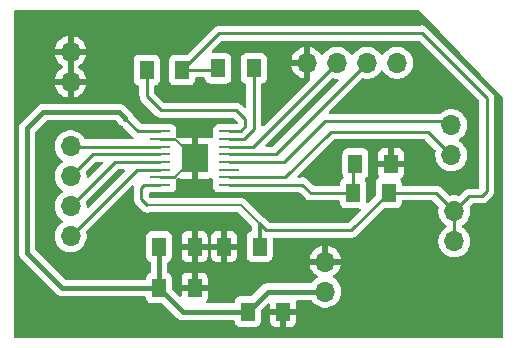
<source format=gbr>
%TF.GenerationSoftware,KiCad,Pcbnew,9.0.5*%
%TF.CreationDate,2025-11-03T10:24:26-05:00*%
%TF.ProjectId,stepper_driver,73746570-7065-4725-9f64-72697665722e,rev?*%
%TF.SameCoordinates,Original*%
%TF.FileFunction,Copper,L1,Top*%
%TF.FilePolarity,Positive*%
%FSLAX46Y46*%
G04 Gerber Fmt 4.6, Leading zero omitted, Abs format (unit mm)*
G04 Created by KiCad (PCBNEW 9.0.5) date 2025-11-03 10:24:26*
%MOMM*%
%LPD*%
G01*
G04 APERTURE LIST*
%TA.AperFunction,SMDPad,CuDef*%
%ADD10R,1.700000X0.240000*%
%TD*%
%TA.AperFunction,SMDPad,CuDef*%
%ADD11R,2.310000X2.460000*%
%TD*%
%TA.AperFunction,ComponentPad*%
%ADD12O,1.700000X1.700000*%
%TD*%
%TA.AperFunction,SMDPad,CuDef*%
%ADD13R,1.200000X1.600000*%
%TD*%
%TA.AperFunction,Conductor*%
%ADD14C,0.240000*%
%TD*%
%TA.AperFunction,Conductor*%
%ADD15C,0.400000*%
%TD*%
%TA.AperFunction,Conductor*%
%ADD16C,0.300000*%
%TD*%
%TA.AperFunction,Conductor*%
%ADD17C,0.200000*%
%TD*%
G04 APERTURE END LIST*
D10*
%TO.P,U1,1,VM*%
%TO.N,Net-(J1-Pin_2)*%
X129600000Y-61725000D03*
%TO.P,U1,2,PGND*%
%TO.N,gnd*%
X129600000Y-62375000D03*
%TO.P,U1,3,AOUT1*%
%TO.N,Net-(J6-Pin_4)*%
X129600000Y-63025000D03*
%TO.P,U1,4,AOUT2*%
%TO.N,Net-(J6-Pin_3)*%
X129600000Y-63675000D03*
%TO.P,U1,5,BOUT2*%
%TO.N,Net-(J6-Pin_2)*%
X129600000Y-64325000D03*
%TO.P,U1,6,BOUT1*%
%TO.N,Net-(J6-Pin_1)*%
X129600000Y-64975000D03*
%TO.P,U1,7,GND*%
%TO.N,gnd*%
X129600000Y-65625000D03*
%TO.P,U1,8,DVDD*%
%TO.N,Net-(J2-Pin_1)*%
X129600000Y-66275000D03*
%TO.P,U1,9,VREFB*%
%TO.N,Net-(U1-VREFB)*%
X135400000Y-66275000D03*
%TO.P,U1,10,VREFA*%
%TO.N,Net-(J4-Pin_2)*%
X135400000Y-65625000D03*
%TO.P,U1,11,DECAY/TOFF*%
%TO.N,unconnected-(U1-DECAY{slash}TOFF-Pad11)*%
X135400000Y-64975000D03*
%TO.P,U1,12,BPH*%
%TO.N,Net-(J4-Pin_1)*%
X135400000Y-64325000D03*
%TO.P,U1,13,BEN*%
%TO.N,Net-(J5-Pin_2)*%
X135400000Y-63675000D03*
%TO.P,U1,14,APH*%
%TO.N,Net-(J5-Pin_3)*%
X135400000Y-63025000D03*
%TO.P,U1,15,AEN*%
%TO.N,Net-(U1-AEN)*%
X135400000Y-62375000D03*
%TO.P,U1,16,nSLEEP*%
%TO.N,Net-(U1-nSLEEP)*%
X135400000Y-61725000D03*
D11*
%TO.P,U1,17,PAD*%
%TO.N,gnd*%
X132500000Y-64000000D03*
%TD*%
D12*
%TO.P,J2,2,Pin_2*%
%TO.N,Net-(J2-Pin_1)*%
X154482800Y-71039200D03*
%TO.P,J2,1,Pin_1*%
X154482800Y-68499200D03*
%TD*%
D13*
%TO.P,R4,1*%
%TO.N,gnd*%
X149124800Y-64465200D03*
%TO.P,R4,2*%
%TO.N,Net-(U1-VREFB)*%
X146124800Y-64465200D03*
%TD*%
%TO.P,R3,1*%
%TO.N,Net-(U1-VREFB)*%
X145921600Y-66954400D03*
%TO.P,R3,2*%
%TO.N,Net-(J2-Pin_1)*%
X148921600Y-66954400D03*
%TD*%
%TO.P,R2,1*%
%TO.N,Net-(J2-Pin_1)*%
X134515600Y-56388000D03*
%TO.P,R2,2*%
%TO.N,Net-(U1-AEN)*%
X137515600Y-56388000D03*
%TD*%
%TO.P,R1,1*%
%TO.N,Net-(J2-Pin_1)*%
X131446400Y-56540400D03*
%TO.P,R1,2*%
%TO.N,Net-(U1-nSLEEP)*%
X128446400Y-56540400D03*
%TD*%
%TO.P,C2,1*%
%TO.N,gnd*%
X140000000Y-77000000D03*
%TO.P,C2,2*%
%TO.N,Net-(J1-Pin_2)*%
X137000000Y-77000000D03*
%TD*%
D12*
%TO.P,J3,1,Pin_1*%
%TO.N,gnd*%
X122000000Y-55000000D03*
%TO.P,J3,2,Pin_2*%
X122000000Y-57540000D03*
%TD*%
%TO.P,J5,1,Pin_1*%
%TO.N,unconnected-(J5-Pin_1-Pad1)*%
X149646800Y-55930800D03*
%TO.P,J5,2,Pin_2*%
%TO.N,Net-(J5-Pin_2)*%
X147106800Y-55930800D03*
%TO.P,J5,3,Pin_3*%
%TO.N,Net-(J5-Pin_3)*%
X144566800Y-55930800D03*
%TO.P,J5,4,Pin_4*%
%TO.N,gnd*%
X142026800Y-55930800D03*
%TD*%
D13*
%TO.P,C4,1*%
%TO.N,gnd*%
X132500000Y-71500000D03*
%TO.P,C4,2*%
%TO.N,Net-(J1-Pin_2)*%
X129500000Y-71500000D03*
%TD*%
%TO.P,C3,1*%
%TO.N,gnd*%
X132500000Y-75000000D03*
%TO.P,C3,2*%
%TO.N,Net-(J1-Pin_2)*%
X129500000Y-75000000D03*
%TD*%
D12*
%TO.P,J6,1,Pin_1*%
%TO.N,Net-(J6-Pin_1)*%
X122000000Y-70620000D03*
%TO.P,J6,2,Pin_2*%
%TO.N,Net-(J6-Pin_2)*%
X122000000Y-68080000D03*
%TO.P,J6,3,Pin_3*%
%TO.N,Net-(J6-Pin_3)*%
X122000000Y-65540000D03*
%TO.P,J6,4,Pin_4*%
%TO.N,Net-(J6-Pin_4)*%
X122000000Y-63000000D03*
%TD*%
D13*
%TO.P,C1,1*%
%TO.N,Net-(J2-Pin_1)*%
X138000000Y-71500000D03*
%TO.P,C1,2*%
%TO.N,gnd*%
X135000000Y-71500000D03*
%TD*%
D12*
%TO.P,J1,1,Pin_1*%
%TO.N,gnd*%
X143560800Y-72766400D03*
%TO.P,J1,2,Pin_2*%
%TO.N,Net-(J1-Pin_2)*%
X143560800Y-75306400D03*
%TD*%
%TO.P,J4,1,Pin_1*%
%TO.N,Net-(J4-Pin_1)*%
X154228800Y-61214000D03*
%TO.P,J4,2,Pin_2*%
%TO.N,Net-(J4-Pin_2)*%
X154228800Y-63754000D03*
%TD*%
D14*
%TO.N,Net-(J1-Pin_2)*%
X126649800Y-60649800D02*
X126500000Y-60500000D01*
D15*
X129500000Y-75000000D02*
X121278800Y-75000000D01*
X118313200Y-61468000D02*
X119684800Y-60096400D01*
X121278800Y-75000000D02*
X118313200Y-72034400D01*
X118313200Y-72034400D02*
X118313200Y-61468000D01*
X119684800Y-60096400D02*
X126136400Y-60096400D01*
X126136400Y-60096400D02*
X126649800Y-60609800D01*
X126649800Y-60609800D02*
X126649800Y-60649800D01*
D14*
%TO.N,Net-(J2-Pin_1)*%
X131446400Y-56540400D02*
X134545200Y-53441600D01*
X134545200Y-53441600D02*
X151688800Y-53441600D01*
X151688800Y-53441600D02*
X151739600Y-53390800D01*
X157226000Y-66802000D02*
X156819600Y-67208400D01*
X156819600Y-67208400D02*
X155773600Y-67208400D01*
X151739600Y-53390800D02*
X157226000Y-58877200D01*
X157226000Y-58877200D02*
X157226000Y-66802000D01*
X155773600Y-67208400D02*
X154482800Y-68499200D01*
X148921600Y-66954400D02*
X145772000Y-70104000D01*
X145772000Y-70104000D02*
X138564000Y-70104000D01*
X138564000Y-70104000D02*
X138000000Y-69540000D01*
D15*
%TO.N,Net-(J1-Pin_2)*%
X143560800Y-74777600D02*
X143510000Y-74726800D01*
X143560800Y-75306400D02*
X143560800Y-74777600D01*
X143560800Y-75306400D02*
X138693600Y-75306400D01*
X138693600Y-75306400D02*
X137000000Y-77000000D01*
D14*
%TO.N,Net-(J2-Pin_1)*%
X148921600Y-66954400D02*
X152938000Y-66954400D01*
X152938000Y-66954400D02*
X154482800Y-68499200D01*
%TO.N,Net-(U1-VREFB)*%
X142341600Y-66954400D02*
X141630400Y-66243200D01*
X145921600Y-66954400D02*
X142341600Y-66954400D01*
X141630400Y-66243200D02*
X141598600Y-66275000D01*
X141598600Y-66275000D02*
X135400000Y-66275000D01*
X145921600Y-66954400D02*
X145921600Y-64668400D01*
X145921600Y-64668400D02*
X146124800Y-64465200D01*
D16*
%TO.N,Net-(J2-Pin_1)*%
X138000000Y-71500000D02*
X138000000Y-69540000D01*
D14*
X154482800Y-71039200D02*
X154482800Y-68499200D01*
%TO.N,Net-(J4-Pin_2)*%
X135400000Y-65625000D02*
X140165800Y-65625000D01*
X140165800Y-65625000D02*
X144018000Y-61772800D01*
X144018000Y-61772800D02*
X152247600Y-61772800D01*
X152247600Y-61772800D02*
X154228800Y-63754000D01*
%TO.N,Net-(J4-Pin_1)*%
X135400000Y-64325000D02*
X140043400Y-64325000D01*
X153873200Y-60858400D02*
X154228800Y-61214000D01*
X140043400Y-64325000D02*
X143510000Y-60858400D01*
X143510000Y-60858400D02*
X153873200Y-60858400D01*
%TO.N,Net-(J5-Pin_2)*%
X135400000Y-63675000D02*
X139362600Y-63675000D01*
X139362600Y-63675000D02*
X147106800Y-55930800D01*
%TO.N,Net-(J5-Pin_3)*%
X135400000Y-63025000D02*
X137472600Y-63025000D01*
X137472600Y-63025000D02*
X144566800Y-55930800D01*
%TO.N,Net-(U1-AEN)*%
X137515600Y-56388000D02*
X137515600Y-61518800D01*
X137515600Y-61518800D02*
X136659400Y-62375000D01*
X136659400Y-62375000D02*
X135400000Y-62375000D01*
%TO.N,Net-(J2-Pin_1)*%
X131446400Y-56540400D02*
X134363200Y-56540400D01*
X134363200Y-56540400D02*
X134515600Y-56388000D01*
%TO.N,Net-(U1-nSLEEP)*%
X128473200Y-58775600D02*
X128473200Y-58623200D01*
X136804400Y-60706000D02*
X136042400Y-59944000D01*
X135400000Y-61725000D02*
X136395000Y-61725000D01*
X136804400Y-61315600D02*
X136804400Y-60706000D01*
X136395000Y-61725000D02*
X136804400Y-61315600D01*
X129641600Y-59944000D02*
X128473200Y-58775600D01*
X136042400Y-59944000D02*
X129641600Y-59944000D01*
X128473200Y-58623200D02*
X128446400Y-58596400D01*
X128446400Y-58596400D02*
X128446400Y-56540400D01*
D17*
%TO.N,Net-(J6-Pin_4)*%
X122000000Y-63000000D02*
X122028505Y-63028505D01*
D14*
X122028505Y-63028505D02*
X129596495Y-63028505D01*
X129596495Y-63028505D02*
X129600000Y-63025000D01*
%TO.N,Net-(J1-Pin_2)*%
X129600000Y-61725000D02*
X127725000Y-61725000D01*
X127725000Y-61725000D02*
X126649800Y-60649800D01*
D15*
X129500000Y-75000000D02*
X129500000Y-71500000D01*
X137000000Y-77000000D02*
X131500000Y-77000000D01*
X131500000Y-77000000D02*
X129500000Y-75000000D01*
D14*
%TO.N,gnd*%
X130875000Y-65625000D02*
X129600000Y-65625000D01*
D17*
X132500000Y-64000000D02*
X130875000Y-65625000D01*
D14*
X129600000Y-62375000D02*
X130875000Y-62375000D01*
D17*
X130875000Y-62375000D02*
X132500000Y-64000000D01*
D14*
%TO.N,Net-(J2-Pin_1)*%
X128000000Y-67500000D02*
X128500000Y-68000000D01*
D17*
X136460000Y-68000000D02*
X138000000Y-69540000D01*
D14*
X129600000Y-66275000D02*
X128225000Y-66275000D01*
X128225000Y-66275000D02*
X128000000Y-66500000D01*
D17*
X128500000Y-68000000D02*
X136460000Y-68000000D01*
D14*
X128000000Y-66500000D02*
X128000000Y-67500000D01*
%TO.N,Net-(J6-Pin_2)*%
X122000000Y-68080000D02*
X125755000Y-64325000D01*
X125755000Y-64325000D02*
X129600000Y-64325000D01*
%TO.N,Net-(J6-Pin_1)*%
X122000000Y-70620000D02*
X127645000Y-64975000D01*
X127645000Y-64975000D02*
X129600000Y-64975000D01*
%TO.N,Net-(J6-Pin_3)*%
X123865000Y-63675000D02*
X129600000Y-63675000D01*
X122000000Y-65540000D02*
X123865000Y-63675000D01*
%TD*%
%TA.AperFunction,Conductor*%
%TO.N,gnd*%
G36*
X122250000Y-57106988D02*
G01*
X122192993Y-57074075D01*
X122065826Y-57040000D01*
X121934174Y-57040000D01*
X121807007Y-57074075D01*
X121750000Y-57106988D01*
X121750000Y-55433012D01*
X121807007Y-55465925D01*
X121934174Y-55500000D01*
X122065826Y-55500000D01*
X122192993Y-55465925D01*
X122250000Y-55433012D01*
X122250000Y-57106988D01*
G37*
%TD.AperFunction*%
%TA.AperFunction,Conductor*%
G36*
X151441439Y-51472585D02*
G01*
X151463247Y-51490401D01*
X158569950Y-58790483D01*
X158602609Y-58852250D01*
X158605100Y-58876979D01*
X158605100Y-79081446D01*
X158585415Y-79148485D01*
X158532611Y-79194240D01*
X158481249Y-79205446D01*
X117312249Y-79254750D01*
X117245186Y-79235146D01*
X117199367Y-79182397D01*
X117188100Y-79130750D01*
X117188100Y-72103396D01*
X117612699Y-72103396D01*
X117639618Y-72238722D01*
X117639621Y-72238732D01*
X117692422Y-72366207D01*
X117769087Y-72480945D01*
X120832254Y-75544112D01*
X120946992Y-75620777D01*
X121074467Y-75673578D01*
X121074472Y-75673580D01*
X121074476Y-75673580D01*
X121074477Y-75673581D01*
X121209803Y-75700500D01*
X121209806Y-75700500D01*
X121209807Y-75700500D01*
X128275501Y-75700500D01*
X128342540Y-75720185D01*
X128388295Y-75772989D01*
X128399501Y-75824500D01*
X128399501Y-75847876D01*
X128405908Y-75907483D01*
X128456202Y-76042328D01*
X128456206Y-76042335D01*
X128542452Y-76157544D01*
X128542455Y-76157547D01*
X128657664Y-76243793D01*
X128657671Y-76243797D01*
X128792517Y-76294091D01*
X128792516Y-76294091D01*
X128799444Y-76294835D01*
X128852127Y-76300500D01*
X129758480Y-76300499D01*
X129825519Y-76320183D01*
X129846161Y-76336818D01*
X131053453Y-77544111D01*
X131053454Y-77544112D01*
X131168192Y-77620777D01*
X131295667Y-77673578D01*
X131295672Y-77673580D01*
X131295676Y-77673580D01*
X131295677Y-77673581D01*
X131431004Y-77700500D01*
X131431007Y-77700500D01*
X135775501Y-77700500D01*
X135842540Y-77720185D01*
X135888295Y-77772989D01*
X135899501Y-77824500D01*
X135899501Y-77847876D01*
X135905908Y-77907483D01*
X135956202Y-78042328D01*
X135956206Y-78042335D01*
X136042452Y-78157544D01*
X136042455Y-78157547D01*
X136157664Y-78243793D01*
X136157671Y-78243797D01*
X136292517Y-78294091D01*
X136292516Y-78294091D01*
X136299444Y-78294835D01*
X136352127Y-78300500D01*
X137647872Y-78300499D01*
X137707483Y-78294091D01*
X137842331Y-78243796D01*
X137957546Y-78157546D01*
X138043796Y-78042331D01*
X138094091Y-77907483D01*
X138100500Y-77847873D01*
X138100500Y-77847844D01*
X138900000Y-77847844D01*
X138906401Y-77907372D01*
X138906403Y-77907379D01*
X138956645Y-78042086D01*
X138956649Y-78042093D01*
X139042809Y-78157187D01*
X139042812Y-78157190D01*
X139157906Y-78243350D01*
X139157913Y-78243354D01*
X139292620Y-78293596D01*
X139292627Y-78293598D01*
X139352155Y-78299999D01*
X139352172Y-78300000D01*
X139750000Y-78300000D01*
X140250000Y-78300000D01*
X140647828Y-78300000D01*
X140647844Y-78299999D01*
X140707372Y-78293598D01*
X140707379Y-78293596D01*
X140842086Y-78243354D01*
X140842093Y-78243350D01*
X140957187Y-78157190D01*
X140957190Y-78157187D01*
X141043350Y-78042093D01*
X141043354Y-78042086D01*
X141093596Y-77907379D01*
X141093598Y-77907372D01*
X141099999Y-77847844D01*
X141100000Y-77847827D01*
X141100000Y-77250000D01*
X140250000Y-77250000D01*
X140250000Y-78300000D01*
X139750000Y-78300000D01*
X139750000Y-77250000D01*
X138900000Y-77250000D01*
X138900000Y-77847844D01*
X138100500Y-77847844D01*
X138100499Y-76941517D01*
X138120184Y-76874479D01*
X138136813Y-76853842D01*
X138688320Y-76302336D01*
X138749642Y-76268852D01*
X138819334Y-76273836D01*
X138875267Y-76315708D01*
X138899684Y-76381172D01*
X138900000Y-76390018D01*
X138900000Y-76750000D01*
X141100000Y-76750000D01*
X141100000Y-76152172D01*
X141099999Y-76152155D01*
X141099139Y-76144156D01*
X141111544Y-76075396D01*
X141159154Y-76024259D01*
X141222428Y-76006900D01*
X142337253Y-76006900D01*
X142404292Y-76026585D01*
X142437569Y-76058014D01*
X142450199Y-76075396D01*
X142530692Y-76186188D01*
X142681013Y-76336509D01*
X142852979Y-76461448D01*
X142852981Y-76461449D01*
X142852984Y-76461451D01*
X143042388Y-76557957D01*
X143244557Y-76623646D01*
X143454513Y-76656900D01*
X143454514Y-76656900D01*
X143667086Y-76656900D01*
X143667087Y-76656900D01*
X143877043Y-76623646D01*
X144079212Y-76557957D01*
X144268616Y-76461451D01*
X144366936Y-76390018D01*
X144440586Y-76336509D01*
X144440588Y-76336506D01*
X144440592Y-76336504D01*
X144590904Y-76186192D01*
X144590906Y-76186188D01*
X144590909Y-76186186D01*
X144715848Y-76014220D01*
X144715847Y-76014220D01*
X144715851Y-76014216D01*
X144812357Y-75824812D01*
X144878046Y-75622643D01*
X144911300Y-75412687D01*
X144911300Y-75200113D01*
X144878046Y-74990157D01*
X144812357Y-74787988D01*
X144715851Y-74598584D01*
X144715849Y-74598581D01*
X144715848Y-74598579D01*
X144590909Y-74426613D01*
X144440586Y-74276290D01*
X144268617Y-74151349D01*
X144259304Y-74146604D01*
X144208507Y-74098630D01*
X144191712Y-74030809D01*
X144214249Y-73964674D01*
X144259307Y-73925632D01*
X144268358Y-73921020D01*
X144440259Y-73796127D01*
X144440264Y-73796123D01*
X144590523Y-73645864D01*
X144590527Y-73645859D01*
X144715420Y-73473957D01*
X144811895Y-73284617D01*
X144877557Y-73082529D01*
X144877557Y-73082526D01*
X144888031Y-73016400D01*
X143993812Y-73016400D01*
X144026725Y-72959393D01*
X144060800Y-72832226D01*
X144060800Y-72700574D01*
X144026725Y-72573407D01*
X143993812Y-72516400D01*
X144888031Y-72516400D01*
X144877557Y-72450273D01*
X144877557Y-72450270D01*
X144811895Y-72248182D01*
X144715420Y-72058842D01*
X144590527Y-71886940D01*
X144590523Y-71886935D01*
X144440264Y-71736676D01*
X144440259Y-71736672D01*
X144268357Y-71611779D01*
X144079015Y-71515303D01*
X143876924Y-71449641D01*
X143810800Y-71439168D01*
X143810800Y-72333388D01*
X143753793Y-72300475D01*
X143626626Y-72266400D01*
X143494974Y-72266400D01*
X143367807Y-72300475D01*
X143310800Y-72333388D01*
X143310800Y-71439168D01*
X143310799Y-71439168D01*
X143244675Y-71449641D01*
X143042584Y-71515303D01*
X142853242Y-71611779D01*
X142681340Y-71736672D01*
X142681335Y-71736676D01*
X142531076Y-71886935D01*
X142531072Y-71886940D01*
X142406179Y-72058842D01*
X142309704Y-72248182D01*
X142244042Y-72450270D01*
X142244042Y-72450273D01*
X142233569Y-72516400D01*
X143127788Y-72516400D01*
X143094875Y-72573407D01*
X143060800Y-72700574D01*
X143060800Y-72832226D01*
X143094875Y-72959393D01*
X143127788Y-73016400D01*
X142233569Y-73016400D01*
X142244042Y-73082526D01*
X142244042Y-73082529D01*
X142309704Y-73284617D01*
X142406179Y-73473957D01*
X142531072Y-73645859D01*
X142531076Y-73645864D01*
X142681335Y-73796123D01*
X142681340Y-73796127D01*
X142853244Y-73921022D01*
X142862295Y-73925634D01*
X142913092Y-73973608D01*
X142929887Y-74041429D01*
X142907350Y-74107564D01*
X142862299Y-74146602D01*
X142852982Y-74151349D01*
X142681013Y-74276290D01*
X142530692Y-74426611D01*
X142462373Y-74520647D01*
X142437570Y-74554785D01*
X142382242Y-74597451D01*
X142337253Y-74605900D01*
X138624604Y-74605900D01*
X138489277Y-74632818D01*
X138489267Y-74632821D01*
X138361792Y-74685622D01*
X138247054Y-74762287D01*
X137346160Y-75663181D01*
X137284837Y-75696666D01*
X137258479Y-75699500D01*
X136352129Y-75699500D01*
X136352123Y-75699501D01*
X136292516Y-75705908D01*
X136157671Y-75756202D01*
X136157664Y-75756206D01*
X136042455Y-75842452D01*
X136042452Y-75842455D01*
X135956206Y-75957664D01*
X135956202Y-75957671D01*
X135905908Y-76092517D01*
X135899501Y-76152116D01*
X135899500Y-76152135D01*
X135899500Y-76175500D01*
X135879815Y-76242539D01*
X135827011Y-76288294D01*
X135775500Y-76299500D01*
X133598377Y-76299500D01*
X133531338Y-76279815D01*
X133485583Y-76227011D01*
X133475639Y-76157853D01*
X133499111Y-76101188D01*
X133543352Y-76042089D01*
X133543354Y-76042086D01*
X133593596Y-75907379D01*
X133593598Y-75907372D01*
X133599999Y-75847844D01*
X133600000Y-75847827D01*
X133600000Y-75250000D01*
X131400000Y-75250000D01*
X131400000Y-75609981D01*
X131380315Y-75677020D01*
X131327511Y-75722775D01*
X131258353Y-75732719D01*
X131194797Y-75703694D01*
X131188319Y-75697662D01*
X130636818Y-75146161D01*
X130603333Y-75084838D01*
X130600499Y-75058480D01*
X130600499Y-74152155D01*
X131400000Y-74152155D01*
X131400000Y-74750000D01*
X132250000Y-74750000D01*
X132750000Y-74750000D01*
X133600000Y-74750000D01*
X133600000Y-74152172D01*
X133599999Y-74152155D01*
X133593598Y-74092627D01*
X133593596Y-74092620D01*
X133543354Y-73957913D01*
X133543350Y-73957906D01*
X133457190Y-73842812D01*
X133457187Y-73842809D01*
X133342093Y-73756649D01*
X133342086Y-73756645D01*
X133207379Y-73706403D01*
X133207372Y-73706401D01*
X133147844Y-73700000D01*
X132750000Y-73700000D01*
X132750000Y-74750000D01*
X132250000Y-74750000D01*
X132250000Y-73700000D01*
X131852155Y-73700000D01*
X131792627Y-73706401D01*
X131792620Y-73706403D01*
X131657913Y-73756645D01*
X131657906Y-73756649D01*
X131542812Y-73842809D01*
X131542809Y-73842812D01*
X131456649Y-73957906D01*
X131456645Y-73957913D01*
X131406403Y-74092620D01*
X131406401Y-74092627D01*
X131400000Y-74152155D01*
X130600499Y-74152155D01*
X130600499Y-74152129D01*
X130600498Y-74152123D01*
X130600497Y-74152116D01*
X130594091Y-74092517D01*
X130575036Y-74041429D01*
X130543797Y-73957671D01*
X130543793Y-73957664D01*
X130457547Y-73842455D01*
X130457544Y-73842452D01*
X130342335Y-73756206D01*
X130342328Y-73756202D01*
X130281167Y-73733391D01*
X130225233Y-73691520D01*
X130200816Y-73626056D01*
X130200500Y-73617209D01*
X130200500Y-72882790D01*
X130220185Y-72815751D01*
X130272989Y-72769996D01*
X130281146Y-72766616D01*
X130342331Y-72743796D01*
X130457546Y-72657546D01*
X130543796Y-72542331D01*
X130594091Y-72407483D01*
X130600500Y-72347873D01*
X130600500Y-72347844D01*
X131400000Y-72347844D01*
X131406401Y-72407372D01*
X131406403Y-72407379D01*
X131456645Y-72542086D01*
X131456649Y-72542093D01*
X131542809Y-72657187D01*
X131542812Y-72657190D01*
X131657906Y-72743350D01*
X131657913Y-72743354D01*
X131792620Y-72793596D01*
X131792627Y-72793598D01*
X131852155Y-72799999D01*
X131852172Y-72800000D01*
X132250000Y-72800000D01*
X132750000Y-72800000D01*
X133147828Y-72800000D01*
X133147844Y-72799999D01*
X133207372Y-72793598D01*
X133207379Y-72793596D01*
X133342086Y-72743354D01*
X133342093Y-72743350D01*
X133457187Y-72657190D01*
X133457190Y-72657187D01*
X133543350Y-72542093D01*
X133543354Y-72542086D01*
X133593596Y-72407379D01*
X133593598Y-72407372D01*
X133599999Y-72347844D01*
X133900000Y-72347844D01*
X133906401Y-72407372D01*
X133906403Y-72407379D01*
X133956645Y-72542086D01*
X133956649Y-72542093D01*
X134042809Y-72657187D01*
X134042812Y-72657190D01*
X134157906Y-72743350D01*
X134157913Y-72743354D01*
X134292620Y-72793596D01*
X134292627Y-72793598D01*
X134352155Y-72799999D01*
X134352172Y-72800000D01*
X134750000Y-72800000D01*
X135250000Y-72800000D01*
X135647828Y-72800000D01*
X135647844Y-72799999D01*
X135707372Y-72793598D01*
X135707379Y-72793596D01*
X135842086Y-72743354D01*
X135842093Y-72743350D01*
X135957187Y-72657190D01*
X135957190Y-72657187D01*
X136043350Y-72542093D01*
X136043354Y-72542086D01*
X136093596Y-72407379D01*
X136093598Y-72407372D01*
X136099999Y-72347844D01*
X136100000Y-72347827D01*
X136100000Y-71750000D01*
X135250000Y-71750000D01*
X135250000Y-72800000D01*
X134750000Y-72800000D01*
X134750000Y-71750000D01*
X133900000Y-71750000D01*
X133900000Y-72347844D01*
X133599999Y-72347844D01*
X133600000Y-72347827D01*
X133600000Y-71750000D01*
X132750000Y-71750000D01*
X132750000Y-72800000D01*
X132250000Y-72800000D01*
X132250000Y-71750000D01*
X131400000Y-71750000D01*
X131400000Y-72347844D01*
X130600500Y-72347844D01*
X130600499Y-71499792D01*
X130600499Y-70652155D01*
X131400000Y-70652155D01*
X131400000Y-71250000D01*
X132250000Y-71250000D01*
X132750000Y-71250000D01*
X133600000Y-71250000D01*
X133600000Y-70652172D01*
X133599999Y-70652155D01*
X133900000Y-70652155D01*
X133900000Y-71250000D01*
X134750000Y-71250000D01*
X135250000Y-71250000D01*
X136100000Y-71250000D01*
X136100000Y-70652172D01*
X136099999Y-70652155D01*
X136093598Y-70592627D01*
X136093596Y-70592620D01*
X136043354Y-70457913D01*
X136043350Y-70457906D01*
X135957190Y-70342812D01*
X135957187Y-70342809D01*
X135842093Y-70256649D01*
X135842086Y-70256645D01*
X135707379Y-70206403D01*
X135707372Y-70206401D01*
X135647844Y-70200000D01*
X135250000Y-70200000D01*
X135250000Y-71250000D01*
X134750000Y-71250000D01*
X134750000Y-70200000D01*
X134352155Y-70200000D01*
X134292627Y-70206401D01*
X134292620Y-70206403D01*
X134157913Y-70256645D01*
X134157906Y-70256649D01*
X134042812Y-70342809D01*
X134042809Y-70342812D01*
X133956649Y-70457906D01*
X133956645Y-70457913D01*
X133906403Y-70592620D01*
X133906401Y-70592627D01*
X133900000Y-70652155D01*
X133599999Y-70652155D01*
X133593598Y-70592627D01*
X133593596Y-70592620D01*
X133543354Y-70457913D01*
X133543350Y-70457906D01*
X133457190Y-70342812D01*
X133457187Y-70342809D01*
X133342093Y-70256649D01*
X133342086Y-70256645D01*
X133207379Y-70206403D01*
X133207372Y-70206401D01*
X133147844Y-70200000D01*
X132750000Y-70200000D01*
X132750000Y-71250000D01*
X132250000Y-71250000D01*
X132250000Y-70200000D01*
X131852155Y-70200000D01*
X131792627Y-70206401D01*
X131792620Y-70206403D01*
X131657913Y-70256645D01*
X131657906Y-70256649D01*
X131542812Y-70342809D01*
X131542809Y-70342812D01*
X131456649Y-70457906D01*
X131456645Y-70457913D01*
X131406403Y-70592620D01*
X131406401Y-70592627D01*
X131400000Y-70652155D01*
X130600499Y-70652155D01*
X130600499Y-70652129D01*
X130600498Y-70652123D01*
X130600497Y-70652116D01*
X130594091Y-70592517D01*
X130543884Y-70457906D01*
X130543797Y-70457671D01*
X130543793Y-70457664D01*
X130457547Y-70342455D01*
X130457544Y-70342452D01*
X130342335Y-70256206D01*
X130342328Y-70256202D01*
X130207482Y-70205908D01*
X130207483Y-70205908D01*
X130147883Y-70199501D01*
X130147881Y-70199500D01*
X130147873Y-70199500D01*
X130147864Y-70199500D01*
X128852129Y-70199500D01*
X128852123Y-70199501D01*
X128792516Y-70205908D01*
X128657671Y-70256202D01*
X128657664Y-70256206D01*
X128542455Y-70342452D01*
X128542452Y-70342455D01*
X128456206Y-70457664D01*
X128456202Y-70457671D01*
X128405908Y-70592517D01*
X128399501Y-70652116D01*
X128399501Y-70652123D01*
X128399500Y-70652135D01*
X128399500Y-72347870D01*
X128399501Y-72347876D01*
X128405908Y-72407483D01*
X128456202Y-72542328D01*
X128456206Y-72542335D01*
X128542452Y-72657544D01*
X128542455Y-72657547D01*
X128657664Y-72743793D01*
X128657669Y-72743796D01*
X128718833Y-72766608D01*
X128774766Y-72808478D01*
X128799184Y-72873942D01*
X128799500Y-72882790D01*
X128799500Y-73617209D01*
X128779815Y-73684248D01*
X128727011Y-73730003D01*
X128718833Y-73733391D01*
X128657671Y-73756202D01*
X128657664Y-73756206D01*
X128542455Y-73842452D01*
X128542452Y-73842455D01*
X128456206Y-73957664D01*
X128456202Y-73957671D01*
X128405908Y-74092517D01*
X128399501Y-74152116D01*
X128399501Y-74152123D01*
X128399500Y-74152135D01*
X128399500Y-74175500D01*
X128379815Y-74242539D01*
X128327011Y-74288294D01*
X128275500Y-74299500D01*
X121620319Y-74299500D01*
X121553280Y-74279815D01*
X121532638Y-74263181D01*
X119050019Y-71780562D01*
X119016534Y-71719239D01*
X119013700Y-71692881D01*
X119013700Y-61809518D01*
X119033385Y-61742479D01*
X119050019Y-61721837D01*
X119938637Y-60833219D01*
X119999960Y-60799734D01*
X120026318Y-60796900D01*
X125794881Y-60796900D01*
X125824321Y-60805544D01*
X125854308Y-60812068D01*
X125859323Y-60815822D01*
X125861920Y-60816585D01*
X125882562Y-60833219D01*
X126016502Y-60967159D01*
X126031923Y-60985949D01*
X126105685Y-61096341D01*
X126105688Y-61096345D01*
X126203254Y-61193911D01*
X126203258Y-61193914D01*
X126317982Y-61270571D01*
X126317995Y-61270578D01*
X126423347Y-61314216D01*
X126463576Y-61341096D01*
X127318804Y-62196324D01*
X127352289Y-62257647D01*
X127347305Y-62327339D01*
X127305433Y-62383272D01*
X127239969Y-62407689D01*
X127231123Y-62408005D01*
X123290052Y-62408005D01*
X123223013Y-62388320D01*
X123179567Y-62340300D01*
X123171529Y-62324524D01*
X123155051Y-62292184D01*
X123155049Y-62292181D01*
X123155048Y-62292179D01*
X123030109Y-62120213D01*
X122879786Y-61969890D01*
X122707820Y-61844951D01*
X122518414Y-61748444D01*
X122518413Y-61748443D01*
X122518412Y-61748443D01*
X122316243Y-61682754D01*
X122316241Y-61682753D01*
X122316240Y-61682753D01*
X122154957Y-61657208D01*
X122106287Y-61649500D01*
X121893713Y-61649500D01*
X121845042Y-61657208D01*
X121683760Y-61682753D01*
X121481585Y-61748444D01*
X121292179Y-61844951D01*
X121120213Y-61969890D01*
X120969890Y-62120213D01*
X120844951Y-62292179D01*
X120748444Y-62481585D01*
X120682753Y-62683760D01*
X120649500Y-62893713D01*
X120649500Y-63106286D01*
X120681393Y-63307655D01*
X120682754Y-63316243D01*
X120744776Y-63507127D01*
X120748444Y-63518414D01*
X120844951Y-63707820D01*
X120969890Y-63879786D01*
X121120213Y-64030109D01*
X121292182Y-64155050D01*
X121300946Y-64159516D01*
X121351742Y-64207491D01*
X121368536Y-64275312D01*
X121345998Y-64341447D01*
X121300946Y-64380484D01*
X121292182Y-64384949D01*
X121120213Y-64509890D01*
X120969890Y-64660213D01*
X120844951Y-64832179D01*
X120748444Y-65021585D01*
X120682753Y-65223760D01*
X120659184Y-65372572D01*
X120649500Y-65433713D01*
X120649500Y-65646287D01*
X120653855Y-65673783D01*
X120676405Y-65816162D01*
X120682754Y-65856243D01*
X120727125Y-65992803D01*
X120748444Y-66058414D01*
X120844951Y-66247820D01*
X120969890Y-66419786D01*
X121120213Y-66570109D01*
X121292182Y-66695050D01*
X121300946Y-66699516D01*
X121351742Y-66747491D01*
X121368536Y-66815312D01*
X121345998Y-66881447D01*
X121300946Y-66920484D01*
X121292182Y-66924949D01*
X121120213Y-67049890D01*
X120969890Y-67200213D01*
X120844951Y-67372179D01*
X120748444Y-67561585D01*
X120682753Y-67763760D01*
X120661880Y-67895548D01*
X120649500Y-67973713D01*
X120649500Y-68186287D01*
X120653066Y-68208800D01*
X120682226Y-68392913D01*
X120682754Y-68396243D01*
X120747872Y-68596656D01*
X120748444Y-68598414D01*
X120844951Y-68787820D01*
X120969890Y-68959786D01*
X121120213Y-69110109D01*
X121292182Y-69235050D01*
X121300946Y-69239516D01*
X121351742Y-69287491D01*
X121368536Y-69355312D01*
X121345998Y-69421447D01*
X121300946Y-69460484D01*
X121292182Y-69464949D01*
X121120213Y-69589890D01*
X120969890Y-69740213D01*
X120844951Y-69912179D01*
X120748444Y-70101585D01*
X120682753Y-70303760D01*
X120649500Y-70513713D01*
X120649500Y-70726286D01*
X120682753Y-70936239D01*
X120748444Y-71138414D01*
X120844951Y-71327820D01*
X120969890Y-71499786D01*
X121120213Y-71650109D01*
X121292179Y-71775048D01*
X121292181Y-71775049D01*
X121292184Y-71775051D01*
X121481588Y-71871557D01*
X121683757Y-71937246D01*
X121893713Y-71970500D01*
X121893714Y-71970500D01*
X122106286Y-71970500D01*
X122106287Y-71970500D01*
X122316243Y-71937246D01*
X122518412Y-71871557D01*
X122707816Y-71775051D01*
X122784635Y-71719239D01*
X122879786Y-71650109D01*
X122879788Y-71650106D01*
X122879792Y-71650104D01*
X123030104Y-71499792D01*
X123030106Y-71499788D01*
X123030109Y-71499786D01*
X123155048Y-71327820D01*
X123155047Y-71327820D01*
X123155051Y-71327816D01*
X123251557Y-71138412D01*
X123317246Y-70936243D01*
X123350500Y-70726287D01*
X123350500Y-70513713D01*
X123317246Y-70303757D01*
X123310444Y-70282822D01*
X123308449Y-70212981D01*
X123340692Y-70156826D01*
X127170127Y-66327391D01*
X127231448Y-66293908D01*
X127301140Y-66298892D01*
X127357073Y-66340764D01*
X127381490Y-66406228D01*
X127379830Y-66432795D01*
X127380097Y-66432822D01*
X127379500Y-66438884D01*
X127379500Y-67561119D01*
X127403343Y-67680986D01*
X127403344Y-67680990D01*
X127403345Y-67680993D01*
X127426733Y-67737455D01*
X127450120Y-67793917D01*
X127466885Y-67819007D01*
X127471176Y-67825429D01*
X127471179Y-67825435D01*
X127518027Y-67895548D01*
X127518030Y-67895551D01*
X128104451Y-68481971D01*
X128104454Y-68481974D01*
X128206084Y-68549881D01*
X128262545Y-68573267D01*
X128319007Y-68596655D01*
X128437302Y-68620185D01*
X128438881Y-68620499D01*
X128438885Y-68620500D01*
X128438886Y-68620500D01*
X128561116Y-68620500D01*
X128561116Y-68620499D01*
X128649683Y-68602883D01*
X128673874Y-68600500D01*
X136159903Y-68600500D01*
X136226942Y-68620185D01*
X136247584Y-68636819D01*
X137313181Y-69702416D01*
X137346666Y-69763739D01*
X137349500Y-69790097D01*
X137349500Y-70098560D01*
X137329815Y-70165599D01*
X137277011Y-70211354D01*
X137268833Y-70214742D01*
X137157671Y-70256202D01*
X137157664Y-70256206D01*
X137042455Y-70342452D01*
X137042452Y-70342455D01*
X136956206Y-70457664D01*
X136956202Y-70457671D01*
X136905908Y-70592517D01*
X136899501Y-70652116D01*
X136899501Y-70652123D01*
X136899500Y-70652135D01*
X136899500Y-72347870D01*
X136899501Y-72347876D01*
X136905908Y-72407483D01*
X136956202Y-72542328D01*
X136956206Y-72542335D01*
X137042452Y-72657544D01*
X137042455Y-72657547D01*
X137157664Y-72743793D01*
X137157671Y-72743797D01*
X137292517Y-72794091D01*
X137292516Y-72794091D01*
X137299444Y-72794835D01*
X137352127Y-72800500D01*
X138647872Y-72800499D01*
X138707483Y-72794091D01*
X138842331Y-72743796D01*
X138957546Y-72657546D01*
X139043796Y-72542331D01*
X139043885Y-72542093D01*
X139055806Y-72510132D01*
X139055806Y-72510131D01*
X139094091Y-72407482D01*
X139096003Y-72389700D01*
X139100500Y-72347873D01*
X139100499Y-70848499D01*
X139120184Y-70781461D01*
X139172987Y-70735706D01*
X139224499Y-70724500D01*
X145833116Y-70724500D01*
X145833117Y-70724499D01*
X145952993Y-70700655D01*
X146009455Y-70677267D01*
X146065917Y-70653880D01*
X146126839Y-70613173D01*
X146167546Y-70585974D01*
X148462301Y-68291217D01*
X148523624Y-68257733D01*
X148549982Y-68254899D01*
X149569471Y-68254899D01*
X149569472Y-68254899D01*
X149629083Y-68248491D01*
X149763931Y-68198196D01*
X149879146Y-68111946D01*
X149965396Y-67996731D01*
X150015691Y-67861883D01*
X150022100Y-67802273D01*
X150022100Y-67698900D01*
X150041785Y-67631861D01*
X150094589Y-67586106D01*
X150146100Y-67574900D01*
X152629618Y-67574900D01*
X152696657Y-67594585D01*
X152717299Y-67611219D01*
X153142105Y-68036025D01*
X153175590Y-68097348D01*
X153172355Y-68162023D01*
X153165554Y-68182953D01*
X153148407Y-68291218D01*
X153132300Y-68392913D01*
X153132300Y-68605487D01*
X153165554Y-68815443D01*
X153213673Y-68963538D01*
X153231244Y-69017614D01*
X153327751Y-69207020D01*
X153452690Y-69378986D01*
X153452696Y-69378992D01*
X153603008Y-69529304D01*
X153774984Y-69654251D01*
X153783744Y-69658714D01*
X153834540Y-69706687D01*
X153851336Y-69774507D01*
X153828800Y-69840643D01*
X153783753Y-69879680D01*
X153774981Y-69884150D01*
X153603013Y-70009090D01*
X153452690Y-70159413D01*
X153327751Y-70331379D01*
X153231244Y-70520785D01*
X153165553Y-70722960D01*
X153132300Y-70932913D01*
X153132300Y-71145486D01*
X153165553Y-71355439D01*
X153231244Y-71557614D01*
X153327751Y-71747020D01*
X153452690Y-71918986D01*
X153603013Y-72069309D01*
X153774979Y-72194248D01*
X153774981Y-72194249D01*
X153774984Y-72194251D01*
X153964388Y-72290757D01*
X154166557Y-72356446D01*
X154376513Y-72389700D01*
X154376514Y-72389700D01*
X154589086Y-72389700D01*
X154589087Y-72389700D01*
X154799043Y-72356446D01*
X155001212Y-72290757D01*
X155190616Y-72194251D01*
X155212589Y-72178286D01*
X155362586Y-72069309D01*
X155362588Y-72069306D01*
X155362592Y-72069304D01*
X155512904Y-71918992D01*
X155512906Y-71918988D01*
X155512909Y-71918986D01*
X155637848Y-71747020D01*
X155637847Y-71747020D01*
X155637851Y-71747016D01*
X155734357Y-71557612D01*
X155800046Y-71355443D01*
X155833300Y-71145487D01*
X155833300Y-70932913D01*
X155800046Y-70722957D01*
X155734357Y-70520788D01*
X155637851Y-70331384D01*
X155637849Y-70331381D01*
X155637848Y-70331379D01*
X155512909Y-70159413D01*
X155362586Y-70009090D01*
X155190615Y-69884148D01*
X155190612Y-69884146D01*
X155181850Y-69879681D01*
X155131056Y-69831705D01*
X155114263Y-69763883D01*
X155136803Y-69697749D01*
X155181856Y-69658714D01*
X155190616Y-69654251D01*
X155362592Y-69529304D01*
X155512904Y-69378992D01*
X155512906Y-69378988D01*
X155512909Y-69378986D01*
X155637848Y-69207020D01*
X155637847Y-69207020D01*
X155637851Y-69207016D01*
X155734357Y-69017612D01*
X155800046Y-68815443D01*
X155833300Y-68605487D01*
X155833300Y-68392913D01*
X155800046Y-68182957D01*
X155793243Y-68162022D01*
X155792809Y-68146811D01*
X155787491Y-68132552D01*
X155791832Y-68112596D01*
X155791249Y-68092183D01*
X155799337Y-68078096D01*
X155802343Y-68064279D01*
X155823494Y-68036025D01*
X155994301Y-67865219D01*
X156055624Y-67831734D01*
X156081982Y-67828900D01*
X156880716Y-67828900D01*
X156880717Y-67828899D01*
X157000593Y-67805055D01*
X157057055Y-67781667D01*
X157113517Y-67758280D01*
X157191635Y-67706083D01*
X157215146Y-67690374D01*
X157707974Y-67197546D01*
X157741557Y-67147285D01*
X157775880Y-67095917D01*
X157822654Y-66982993D01*
X157841333Y-66889091D01*
X157846500Y-66863116D01*
X157846500Y-58816083D01*
X157822655Y-58696213D01*
X157822654Y-58696207D01*
X157775880Y-58583283D01*
X157775878Y-58583281D01*
X157775878Y-58583279D01*
X157708292Y-58482130D01*
X157707989Y-58481673D01*
X157707969Y-58481648D01*
X152135150Y-52908829D01*
X152109544Y-52891720D01*
X152074543Y-52868333D01*
X152033516Y-52840920D01*
X151962879Y-52811661D01*
X151920593Y-52794145D01*
X151920590Y-52794144D01*
X151920586Y-52794143D01*
X151800719Y-52770300D01*
X151800715Y-52770300D01*
X151800714Y-52770300D01*
X151678485Y-52770300D01*
X151678480Y-52770300D01*
X151558613Y-52794143D01*
X151558607Y-52794145D01*
X151516321Y-52811661D01*
X151468867Y-52821100D01*
X134484080Y-52821100D01*
X134364213Y-52844943D01*
X134364207Y-52844945D01*
X134307745Y-52868333D01*
X134307744Y-52868333D01*
X134251284Y-52891719D01*
X134190357Y-52932428D01*
X134149659Y-52959621D01*
X134149651Y-52959628D01*
X131905697Y-55203581D01*
X131844374Y-55237066D01*
X131818016Y-55239900D01*
X130798529Y-55239900D01*
X130798523Y-55239901D01*
X130738916Y-55246308D01*
X130604071Y-55296602D01*
X130604064Y-55296606D01*
X130488855Y-55382852D01*
X130488852Y-55382855D01*
X130402606Y-55498064D01*
X130402602Y-55498071D01*
X130352308Y-55632917D01*
X130345901Y-55692516D01*
X130345901Y-55692523D01*
X130345900Y-55692535D01*
X130345900Y-57388270D01*
X130345901Y-57388276D01*
X130352308Y-57447883D01*
X130402602Y-57582728D01*
X130402606Y-57582735D01*
X130488852Y-57697944D01*
X130488855Y-57697947D01*
X130604064Y-57784193D01*
X130604071Y-57784197D01*
X130738917Y-57834491D01*
X130738916Y-57834491D01*
X130745844Y-57835235D01*
X130798527Y-57840900D01*
X132094272Y-57840899D01*
X132153883Y-57834491D01*
X132288731Y-57784196D01*
X132403946Y-57697946D01*
X132490196Y-57582731D01*
X132540491Y-57447883D01*
X132546900Y-57388273D01*
X132546900Y-57284900D01*
X132566585Y-57217861D01*
X132619389Y-57172106D01*
X132670900Y-57160900D01*
X133295657Y-57160900D01*
X133362696Y-57180585D01*
X133408451Y-57233389D01*
X133418947Y-57271648D01*
X133421508Y-57295483D01*
X133471802Y-57430328D01*
X133471806Y-57430335D01*
X133558052Y-57545544D01*
X133558055Y-57545547D01*
X133673264Y-57631793D01*
X133673271Y-57631797D01*
X133808117Y-57682091D01*
X133808116Y-57682091D01*
X133815044Y-57682835D01*
X133867727Y-57688500D01*
X135163472Y-57688499D01*
X135223083Y-57682091D01*
X135357931Y-57631796D01*
X135473146Y-57545546D01*
X135559396Y-57430331D01*
X135609691Y-57295483D01*
X135616100Y-57235873D01*
X135616099Y-55540128D01*
X135609691Y-55480517D01*
X135584279Y-55412385D01*
X135559397Y-55345671D01*
X135559393Y-55345664D01*
X135473147Y-55230455D01*
X135473144Y-55230452D01*
X135357935Y-55144206D01*
X135357928Y-55144202D01*
X135223082Y-55093908D01*
X135223083Y-55093908D01*
X135163483Y-55087501D01*
X135163481Y-55087500D01*
X135163473Y-55087500D01*
X135163465Y-55087500D01*
X134076180Y-55087500D01*
X134009141Y-55067815D01*
X133963386Y-55015011D01*
X133953442Y-54945853D01*
X133982467Y-54882297D01*
X133988482Y-54875836D01*
X134765901Y-54098419D01*
X134827224Y-54064934D01*
X134853582Y-54062100D01*
X151482018Y-54062100D01*
X151549057Y-54081785D01*
X151569699Y-54098419D01*
X156569181Y-59097901D01*
X156602666Y-59159224D01*
X156605500Y-59185582D01*
X156605500Y-66463900D01*
X156585815Y-66530939D01*
X156533011Y-66576694D01*
X156481500Y-66587900D01*
X155712481Y-66587900D01*
X155592614Y-66611743D01*
X155592606Y-66611745D01*
X155479685Y-66658518D01*
X155479676Y-66658523D01*
X155378054Y-66726425D01*
X155378050Y-66726428D01*
X154945974Y-67158504D01*
X154884651Y-67191989D01*
X154819979Y-67188755D01*
X154799046Y-67181954D01*
X154641576Y-67157013D01*
X154589087Y-67148700D01*
X154376513Y-67148700D01*
X154334521Y-67155350D01*
X154166553Y-67181954D01*
X154145623Y-67188755D01*
X154075782Y-67190750D01*
X154019625Y-67158505D01*
X153333551Y-66472430D01*
X153333548Y-66472427D01*
X153294119Y-66446082D01*
X153294117Y-66446081D01*
X153289316Y-66442873D01*
X153231917Y-66404520D01*
X153175455Y-66381133D01*
X153118993Y-66357745D01*
X153118990Y-66357744D01*
X153118986Y-66357743D01*
X152999119Y-66333900D01*
X152999115Y-66333900D01*
X152999114Y-66333900D01*
X150146099Y-66333900D01*
X150079060Y-66314215D01*
X150033305Y-66261411D01*
X150022099Y-66209900D01*
X150022099Y-66106529D01*
X150022098Y-66106523D01*
X150022097Y-66106516D01*
X150016899Y-66058157D01*
X150015691Y-66046916D01*
X149965397Y-65912071D01*
X149965395Y-65912068D01*
X149955752Y-65899187D01*
X149942606Y-65881626D01*
X149918189Y-65816162D01*
X149933040Y-65747889D01*
X149967562Y-65708048D01*
X150081991Y-65622386D01*
X150168150Y-65507293D01*
X150168154Y-65507286D01*
X150218396Y-65372579D01*
X150218398Y-65372572D01*
X150224799Y-65313044D01*
X150224800Y-65313027D01*
X150224800Y-64715200D01*
X148024800Y-64715200D01*
X148024800Y-65313044D01*
X148031201Y-65372572D01*
X148031203Y-65372579D01*
X148081445Y-65507286D01*
X148081447Y-65507289D01*
X148103893Y-65537273D01*
X148128310Y-65602737D01*
X148113458Y-65671010D01*
X148078938Y-65710850D01*
X147964052Y-65796855D01*
X147877806Y-65912064D01*
X147877802Y-65912071D01*
X147827508Y-66046917D01*
X147821323Y-66104454D01*
X147821101Y-66106523D01*
X147821100Y-66106535D01*
X147821100Y-67126017D01*
X147801415Y-67193056D01*
X147784781Y-67213698D01*
X147233780Y-67764698D01*
X147172457Y-67798183D01*
X147102765Y-67793199D01*
X147046832Y-67751327D01*
X147022415Y-67685863D01*
X147022099Y-67677042D01*
X147022099Y-66106528D01*
X147016899Y-66058157D01*
X147015691Y-66046916D01*
X146965397Y-65912071D01*
X146965395Y-65912068D01*
X146955752Y-65899187D01*
X146942906Y-65882026D01*
X146918489Y-65816561D01*
X146933341Y-65748288D01*
X146967860Y-65708450D01*
X147082346Y-65622746D01*
X147168596Y-65507531D01*
X147218891Y-65372683D01*
X147225300Y-65313073D01*
X147225299Y-63617355D01*
X148024800Y-63617355D01*
X148024800Y-64215200D01*
X148874800Y-64215200D01*
X149374800Y-64215200D01*
X150224800Y-64215200D01*
X150224800Y-63617372D01*
X150224799Y-63617355D01*
X150218398Y-63557827D01*
X150218396Y-63557820D01*
X150168154Y-63423113D01*
X150168150Y-63423106D01*
X150081990Y-63308012D01*
X150081987Y-63308009D01*
X149966893Y-63221849D01*
X149966886Y-63221845D01*
X149832179Y-63171603D01*
X149832172Y-63171601D01*
X149772644Y-63165200D01*
X149374800Y-63165200D01*
X149374800Y-64215200D01*
X148874800Y-64215200D01*
X148874800Y-63165200D01*
X148476955Y-63165200D01*
X148417427Y-63171601D01*
X148417420Y-63171603D01*
X148282713Y-63221845D01*
X148282706Y-63221849D01*
X148167612Y-63308009D01*
X148167609Y-63308012D01*
X148081449Y-63423106D01*
X148081445Y-63423113D01*
X148031203Y-63557820D01*
X148031201Y-63557827D01*
X148024800Y-63617355D01*
X147225299Y-63617355D01*
X147225299Y-63617328D01*
X147218891Y-63557717D01*
X147204231Y-63518412D01*
X147168597Y-63422871D01*
X147168593Y-63422864D01*
X147082347Y-63307655D01*
X147082344Y-63307652D01*
X146967135Y-63221406D01*
X146967128Y-63221402D01*
X146832282Y-63171108D01*
X146832283Y-63171108D01*
X146772683Y-63164701D01*
X146772681Y-63164700D01*
X146772673Y-63164700D01*
X146772664Y-63164700D01*
X145476929Y-63164700D01*
X145476923Y-63164701D01*
X145417316Y-63171108D01*
X145282471Y-63221402D01*
X145282464Y-63221406D01*
X145167255Y-63307652D01*
X145167252Y-63307655D01*
X145081006Y-63422864D01*
X145081002Y-63422871D01*
X145030708Y-63557717D01*
X145024301Y-63617316D01*
X145024301Y-63617323D01*
X145024300Y-63617335D01*
X145024300Y-65313070D01*
X145024301Y-65313076D01*
X145030708Y-65372683D01*
X145081002Y-65507528D01*
X145081006Y-65507535D01*
X145103493Y-65537574D01*
X145127910Y-65603038D01*
X145113058Y-65671311D01*
X145078538Y-65711150D01*
X144964052Y-65796855D01*
X144877806Y-65912064D01*
X144877802Y-65912071D01*
X144827508Y-66046917D01*
X144821323Y-66104454D01*
X144821101Y-66106523D01*
X144821100Y-66106535D01*
X144821100Y-66209900D01*
X144801415Y-66276939D01*
X144748611Y-66322694D01*
X144697100Y-66333900D01*
X142649981Y-66333900D01*
X142582942Y-66314215D01*
X142562300Y-66297581D01*
X142025951Y-65761230D01*
X142025950Y-65761229D01*
X142006582Y-65748288D01*
X141975479Y-65727506D01*
X141924316Y-65693320D01*
X141843868Y-65659997D01*
X141811393Y-65646545D01*
X141811390Y-65646544D01*
X141811386Y-65646543D01*
X141691519Y-65622700D01*
X141691515Y-65622700D01*
X141569285Y-65622700D01*
X141569280Y-65622700D01*
X141449414Y-65646543D01*
X141443580Y-65648313D01*
X141443368Y-65647615D01*
X141440472Y-65649477D01*
X141405537Y-65654500D01*
X141313182Y-65654500D01*
X141246143Y-65634815D01*
X141200388Y-65582011D01*
X141190444Y-65512853D01*
X141219469Y-65449297D01*
X141225501Y-65442819D01*
X144238701Y-62429619D01*
X144300024Y-62396134D01*
X144326382Y-62393300D01*
X151939218Y-62393300D01*
X152006257Y-62412985D01*
X152026899Y-62429619D01*
X152888105Y-63290825D01*
X152921590Y-63352148D01*
X152918355Y-63416823D01*
X152911554Y-63437753D01*
X152878300Y-63647713D01*
X152878300Y-63860286D01*
X152905196Y-64030104D01*
X152911554Y-64070243D01*
X152976459Y-64270000D01*
X152977244Y-64272414D01*
X153073751Y-64461820D01*
X153198690Y-64633786D01*
X153349013Y-64784109D01*
X153520979Y-64909048D01*
X153520981Y-64909049D01*
X153520984Y-64909051D01*
X153710388Y-65005557D01*
X153912557Y-65071246D01*
X154122513Y-65104500D01*
X154122514Y-65104500D01*
X154335086Y-65104500D01*
X154335087Y-65104500D01*
X154545043Y-65071246D01*
X154747212Y-65005557D01*
X154936616Y-64909051D01*
X154958589Y-64893086D01*
X155108586Y-64784109D01*
X155108588Y-64784106D01*
X155108592Y-64784104D01*
X155258904Y-64633792D01*
X155258906Y-64633788D01*
X155258909Y-64633786D01*
X155383848Y-64461820D01*
X155383847Y-64461820D01*
X155383851Y-64461816D01*
X155480357Y-64272412D01*
X155546046Y-64070243D01*
X155579300Y-63860287D01*
X155579300Y-63647713D01*
X155546046Y-63437757D01*
X155480357Y-63235588D01*
X155383851Y-63046184D01*
X155383849Y-63046181D01*
X155383848Y-63046179D01*
X155258909Y-62874213D01*
X155108586Y-62723890D01*
X154936620Y-62598951D01*
X154935915Y-62598591D01*
X154927854Y-62594485D01*
X154877059Y-62546512D01*
X154860263Y-62478692D01*
X154882799Y-62412556D01*
X154927854Y-62373515D01*
X154936616Y-62369051D01*
X155001853Y-62321654D01*
X155108586Y-62244109D01*
X155108588Y-62244106D01*
X155108592Y-62244104D01*
X155258904Y-62093792D01*
X155258906Y-62093788D01*
X155258909Y-62093786D01*
X155383848Y-61921820D01*
X155383847Y-61921820D01*
X155383851Y-61921816D01*
X155480357Y-61732412D01*
X155546046Y-61530243D01*
X155579300Y-61320287D01*
X155579300Y-61107713D01*
X155546046Y-60897757D01*
X155480357Y-60695588D01*
X155383851Y-60506184D01*
X155383849Y-60506181D01*
X155383848Y-60506179D01*
X155258909Y-60334213D01*
X155108586Y-60183890D01*
X154936620Y-60058951D01*
X154747214Y-59962444D01*
X154747213Y-59962443D01*
X154747212Y-59962443D01*
X154545043Y-59896754D01*
X154545041Y-59896753D01*
X154545040Y-59896753D01*
X154383757Y-59871208D01*
X154335087Y-59863500D01*
X154122513Y-59863500D01*
X154073842Y-59871208D01*
X153912560Y-59896753D01*
X153710385Y-59962444D01*
X153520979Y-60058951D01*
X153349013Y-60183890D01*
X153349009Y-60183894D01*
X153331323Y-60201581D01*
X153270000Y-60235066D01*
X153243642Y-60237900D01*
X143976581Y-60237900D01*
X143909542Y-60218215D01*
X143863787Y-60165411D01*
X143853843Y-60096253D01*
X143882868Y-60032697D01*
X143888900Y-60026219D01*
X145257604Y-58657515D01*
X146643626Y-57271492D01*
X146704947Y-57238009D01*
X146769622Y-57241244D01*
X146777912Y-57243937D01*
X146790557Y-57248046D01*
X147000513Y-57281300D01*
X147000514Y-57281300D01*
X147213086Y-57281300D01*
X147213087Y-57281300D01*
X147423043Y-57248046D01*
X147625212Y-57182357D01*
X147814616Y-57085851D01*
X147902800Y-57021782D01*
X147986586Y-56960909D01*
X147986588Y-56960906D01*
X147986592Y-56960904D01*
X148136904Y-56810592D01*
X148136906Y-56810588D01*
X148136909Y-56810586D01*
X148261848Y-56638620D01*
X148261847Y-56638620D01*
X148261851Y-56638616D01*
X148266314Y-56629854D01*
X148314288Y-56579059D01*
X148382108Y-56562263D01*
X148448244Y-56584799D01*
X148487286Y-56629856D01*
X148491751Y-56638620D01*
X148616690Y-56810586D01*
X148767013Y-56960909D01*
X148938979Y-57085848D01*
X148938981Y-57085849D01*
X148938984Y-57085851D01*
X149128388Y-57182357D01*
X149330557Y-57248046D01*
X149540513Y-57281300D01*
X149540514Y-57281300D01*
X149753086Y-57281300D01*
X149753087Y-57281300D01*
X149963043Y-57248046D01*
X150165212Y-57182357D01*
X150354616Y-57085851D01*
X150442800Y-57021782D01*
X150526586Y-56960909D01*
X150526588Y-56960906D01*
X150526592Y-56960904D01*
X150676904Y-56810592D01*
X150676906Y-56810588D01*
X150676909Y-56810586D01*
X150801848Y-56638620D01*
X150801847Y-56638620D01*
X150801851Y-56638616D01*
X150898357Y-56449212D01*
X150964046Y-56247043D01*
X150997300Y-56037087D01*
X150997300Y-55824513D01*
X150964046Y-55614557D01*
X150898357Y-55412388D01*
X150801851Y-55222984D01*
X150801849Y-55222981D01*
X150801848Y-55222979D01*
X150676909Y-55051013D01*
X150526586Y-54900690D01*
X150354620Y-54775751D01*
X150165214Y-54679244D01*
X150165213Y-54679243D01*
X150165212Y-54679243D01*
X149963043Y-54613554D01*
X149963041Y-54613553D01*
X149963040Y-54613553D01*
X149801757Y-54588008D01*
X149753087Y-54580300D01*
X149540513Y-54580300D01*
X149491842Y-54588008D01*
X149330560Y-54613553D01*
X149128385Y-54679244D01*
X148938979Y-54775751D01*
X148767013Y-54900690D01*
X148616690Y-55051013D01*
X148491749Y-55222982D01*
X148487284Y-55231746D01*
X148439309Y-55282542D01*
X148371488Y-55299336D01*
X148305353Y-55276798D01*
X148266316Y-55231746D01*
X148261850Y-55222982D01*
X148136909Y-55051013D01*
X147986586Y-54900690D01*
X147814620Y-54775751D01*
X147625214Y-54679244D01*
X147625213Y-54679243D01*
X147625212Y-54679243D01*
X147423043Y-54613554D01*
X147423041Y-54613553D01*
X147423040Y-54613553D01*
X147261757Y-54588008D01*
X147213087Y-54580300D01*
X147000513Y-54580300D01*
X146951842Y-54588008D01*
X146790560Y-54613553D01*
X146588385Y-54679244D01*
X146398979Y-54775751D01*
X146227013Y-54900690D01*
X146076690Y-55051013D01*
X145951749Y-55222982D01*
X145947284Y-55231746D01*
X145899309Y-55282542D01*
X145831488Y-55299336D01*
X145765353Y-55276798D01*
X145726316Y-55231746D01*
X145721850Y-55222982D01*
X145596909Y-55051013D01*
X145446586Y-54900690D01*
X145274620Y-54775751D01*
X145085214Y-54679244D01*
X145085213Y-54679243D01*
X145085212Y-54679243D01*
X144883043Y-54613554D01*
X144883041Y-54613553D01*
X144883040Y-54613553D01*
X144721757Y-54588008D01*
X144673087Y-54580300D01*
X144460513Y-54580300D01*
X144411842Y-54588008D01*
X144250560Y-54613553D01*
X144048385Y-54679244D01*
X143858979Y-54775751D01*
X143687013Y-54900690D01*
X143536690Y-55051013D01*
X143411749Y-55222982D01*
X143407002Y-55232299D01*
X143359027Y-55283093D01*
X143291205Y-55299887D01*
X143225071Y-55277348D01*
X143186034Y-55232295D01*
X143181422Y-55223244D01*
X143056527Y-55051340D01*
X143056523Y-55051335D01*
X142906264Y-54901076D01*
X142906259Y-54901072D01*
X142734357Y-54776179D01*
X142545015Y-54679703D01*
X142342924Y-54614041D01*
X142276800Y-54603568D01*
X142276800Y-55497788D01*
X142219793Y-55464875D01*
X142092626Y-55430800D01*
X141960974Y-55430800D01*
X141833807Y-55464875D01*
X141776800Y-55497788D01*
X141776800Y-54603568D01*
X141776799Y-54603568D01*
X141710675Y-54614041D01*
X141508584Y-54679703D01*
X141319242Y-54776179D01*
X141147340Y-54901072D01*
X141147335Y-54901076D01*
X140997076Y-55051335D01*
X140997072Y-55051340D01*
X140872179Y-55223242D01*
X140775704Y-55412582D01*
X140710042Y-55614670D01*
X140710042Y-55614673D01*
X140699569Y-55680800D01*
X141593788Y-55680800D01*
X141560875Y-55737807D01*
X141526800Y-55864974D01*
X141526800Y-55996626D01*
X141560875Y-56123793D01*
X141593788Y-56180800D01*
X140699569Y-56180800D01*
X140710042Y-56246926D01*
X140710042Y-56246929D01*
X140775704Y-56449017D01*
X140872179Y-56638357D01*
X140997072Y-56810259D01*
X140997076Y-56810264D01*
X141147335Y-56960523D01*
X141147340Y-56960527D01*
X141319242Y-57085420D01*
X141508582Y-57181895D01*
X141710671Y-57247557D01*
X141776800Y-57258031D01*
X141776800Y-56363812D01*
X141833807Y-56396725D01*
X141960974Y-56430800D01*
X142092626Y-56430800D01*
X142219793Y-56396725D01*
X142276800Y-56363812D01*
X142276800Y-57291916D01*
X142257115Y-57358955D01*
X142240481Y-57379597D01*
X138347781Y-61272298D01*
X138286458Y-61305783D01*
X138216766Y-61300799D01*
X138160833Y-61258927D01*
X138136416Y-61193463D01*
X138136100Y-61184617D01*
X138136100Y-57800628D01*
X138155785Y-57733589D01*
X138208589Y-57687834D01*
X138216768Y-57684446D01*
X138223081Y-57682091D01*
X138223083Y-57682091D01*
X138357931Y-57631796D01*
X138473146Y-57545546D01*
X138559396Y-57430331D01*
X138609691Y-57295483D01*
X138616100Y-57235873D01*
X138616099Y-55540128D01*
X138609691Y-55480517D01*
X138584279Y-55412385D01*
X138559397Y-55345671D01*
X138559393Y-55345664D01*
X138473147Y-55230455D01*
X138473144Y-55230452D01*
X138357935Y-55144206D01*
X138357928Y-55144202D01*
X138223082Y-55093908D01*
X138223083Y-55093908D01*
X138163483Y-55087501D01*
X138163481Y-55087500D01*
X138163473Y-55087500D01*
X138163464Y-55087500D01*
X136867729Y-55087500D01*
X136867723Y-55087501D01*
X136808116Y-55093908D01*
X136673271Y-55144202D01*
X136673264Y-55144206D01*
X136558055Y-55230452D01*
X136558052Y-55230455D01*
X136471806Y-55345664D01*
X136471802Y-55345671D01*
X136421508Y-55480517D01*
X136416113Y-55530701D01*
X136415101Y-55540123D01*
X136415100Y-55540135D01*
X136415100Y-57235870D01*
X136415101Y-57235876D01*
X136421508Y-57295483D01*
X136471802Y-57430328D01*
X136471806Y-57430335D01*
X136558052Y-57545544D01*
X136558055Y-57545547D01*
X136673264Y-57631793D01*
X136673273Y-57631798D01*
X136757814Y-57663329D01*
X136808117Y-57682091D01*
X136808118Y-57682091D01*
X136814432Y-57684446D01*
X136870366Y-57726316D01*
X136894784Y-57791781D01*
X136895100Y-57800628D01*
X136895100Y-59619817D01*
X136875415Y-59686856D01*
X136822611Y-59732611D01*
X136753453Y-59742555D01*
X136689897Y-59713530D01*
X136683419Y-59707498D01*
X136437948Y-59462027D01*
X136379268Y-59422819D01*
X136379268Y-59422818D01*
X136336319Y-59394121D01*
X136336312Y-59394117D01*
X136279856Y-59370733D01*
X136279855Y-59370732D01*
X136279855Y-59370733D01*
X136223393Y-59347345D01*
X136223390Y-59347344D01*
X136223386Y-59347343D01*
X136103519Y-59323500D01*
X136103515Y-59323500D01*
X136103514Y-59323500D01*
X129949982Y-59323500D01*
X129882943Y-59303815D01*
X129862301Y-59287181D01*
X129109495Y-58534375D01*
X129100431Y-58517777D01*
X129087299Y-58504166D01*
X129076895Y-58474673D01*
X129076010Y-58473052D01*
X129075569Y-58470936D01*
X129069855Y-58442207D01*
X129069854Y-58442206D01*
X129069282Y-58439326D01*
X129066900Y-58415138D01*
X129066900Y-57953028D01*
X129086585Y-57885989D01*
X129139389Y-57840234D01*
X129147568Y-57836846D01*
X129153881Y-57834491D01*
X129153883Y-57834491D01*
X129288731Y-57784196D01*
X129403946Y-57697946D01*
X129490196Y-57582731D01*
X129540491Y-57447883D01*
X129546900Y-57388273D01*
X129546899Y-55692528D01*
X129540491Y-55632917D01*
X129533686Y-55614673D01*
X129490197Y-55498071D01*
X129490193Y-55498064D01*
X129403947Y-55382855D01*
X129403944Y-55382852D01*
X129288735Y-55296606D01*
X129288728Y-55296602D01*
X129153882Y-55246308D01*
X129153883Y-55246308D01*
X129094283Y-55239901D01*
X129094281Y-55239900D01*
X129094273Y-55239900D01*
X129094264Y-55239900D01*
X127798529Y-55239900D01*
X127798523Y-55239901D01*
X127738916Y-55246308D01*
X127604071Y-55296602D01*
X127604064Y-55296606D01*
X127488855Y-55382852D01*
X127488852Y-55382855D01*
X127402606Y-55498064D01*
X127402602Y-55498071D01*
X127352308Y-55632917D01*
X127345901Y-55692516D01*
X127345901Y-55692523D01*
X127345900Y-55692535D01*
X127345900Y-57388270D01*
X127345901Y-57388276D01*
X127352308Y-57447883D01*
X127402602Y-57582728D01*
X127402606Y-57582735D01*
X127488852Y-57697944D01*
X127488855Y-57697947D01*
X127604064Y-57784193D01*
X127604073Y-57784198D01*
X127688614Y-57815729D01*
X127738917Y-57834491D01*
X127738918Y-57834491D01*
X127745232Y-57836846D01*
X127801166Y-57878716D01*
X127825584Y-57944181D01*
X127825900Y-57953028D01*
X127825900Y-58657519D01*
X127850262Y-58780000D01*
X127852700Y-58791950D01*
X127852700Y-58836715D01*
X127876545Y-58956593D01*
X127891189Y-58991945D01*
X127895744Y-59002942D01*
X127895745Y-59002946D01*
X127923316Y-59069509D01*
X127923318Y-59069513D01*
X127923320Y-59069517D01*
X127958903Y-59122771D01*
X127958904Y-59122772D01*
X127991224Y-59171144D01*
X127991228Y-59171149D01*
X129246050Y-60425971D01*
X129246058Y-60425977D01*
X129286758Y-60453172D01*
X129286759Y-60453172D01*
X129286760Y-60453173D01*
X129347683Y-60493880D01*
X129460607Y-60540654D01*
X129489965Y-60546493D01*
X129580482Y-60564500D01*
X129580485Y-60564500D01*
X129580486Y-60564500D01*
X135734018Y-60564500D01*
X135801057Y-60584185D01*
X135821699Y-60600819D01*
X136113700Y-60892819D01*
X136147185Y-60954142D01*
X136142201Y-61023833D01*
X136100330Y-61079767D01*
X136034865Y-61104184D01*
X136026019Y-61104500D01*
X134502129Y-61104500D01*
X134502123Y-61104501D01*
X134442516Y-61110908D01*
X134307671Y-61161202D01*
X134307664Y-61161206D01*
X134192455Y-61247452D01*
X134192452Y-61247455D01*
X134106206Y-61362664D01*
X134106202Y-61362671D01*
X134055910Y-61497513D01*
X134055909Y-61497517D01*
X134049500Y-61557127D01*
X134049500Y-61557134D01*
X134049500Y-61557135D01*
X134049500Y-61892869D01*
X134049501Y-61892876D01*
X134055908Y-61952481D01*
X134076118Y-62006666D01*
X134077409Y-62024723D01*
X134083659Y-62041716D01*
X134080279Y-62064850D01*
X134081102Y-62076358D01*
X134080981Y-62076909D01*
X134079117Y-62085290D01*
X134055909Y-62147517D01*
X134049500Y-62207127D01*
X134049500Y-62218516D01*
X134046545Y-62231809D01*
X134035975Y-62250957D01*
X134029815Y-62271938D01*
X134019426Y-62280939D01*
X134012781Y-62292979D01*
X133993536Y-62303373D01*
X133977011Y-62317693D01*
X133963403Y-62319649D01*
X133951306Y-62326184D01*
X133929499Y-62324524D01*
X133907853Y-62327637D01*
X133882167Y-62321081D01*
X133762379Y-62276403D01*
X133762372Y-62276401D01*
X133702844Y-62270000D01*
X132750000Y-62270000D01*
X132750000Y-65730000D01*
X133702828Y-65730000D01*
X133702844Y-65729999D01*
X133762372Y-65723598D01*
X133762376Y-65723597D01*
X133882166Y-65678918D01*
X133951858Y-65673934D01*
X134013181Y-65707418D01*
X134046545Y-65768190D01*
X134049500Y-65781486D01*
X134049501Y-65792872D01*
X134055909Y-65852483D01*
X134079118Y-65914712D01*
X134080981Y-65923089D01*
X134079197Y-65949728D01*
X134081102Y-65976358D01*
X134076326Y-65992622D01*
X134076314Y-65992803D01*
X134076246Y-65992894D01*
X134076118Y-65993331D01*
X134055910Y-66047511D01*
X134055909Y-66047515D01*
X134055909Y-66047517D01*
X134049500Y-66107127D01*
X134049500Y-66107134D01*
X134049500Y-66107135D01*
X134049500Y-66442869D01*
X134049501Y-66442872D01*
X134055908Y-66502483D01*
X134106202Y-66637328D01*
X134106206Y-66637335D01*
X134192452Y-66752544D01*
X134192455Y-66752547D01*
X134307664Y-66838793D01*
X134307671Y-66838797D01*
X134442517Y-66889091D01*
X134442516Y-66889091D01*
X134449444Y-66889835D01*
X134502127Y-66895500D01*
X135328883Y-66895499D01*
X135328897Y-66895500D01*
X135338886Y-66895500D01*
X141353818Y-66895500D01*
X141420857Y-66915185D01*
X141441499Y-66931819D01*
X141656963Y-67147282D01*
X141859626Y-67349945D01*
X141909180Y-67399499D01*
X141946056Y-67436375D01*
X141952116Y-67440424D01*
X142047683Y-67504280D01*
X142080752Y-67517976D01*
X142080757Y-67517980D01*
X142080758Y-67517979D01*
X142084369Y-67519475D01*
X142160607Y-67551055D01*
X142213546Y-67561585D01*
X142280481Y-67574899D01*
X142280485Y-67574900D01*
X142280486Y-67574900D01*
X144697101Y-67574900D01*
X144764140Y-67594585D01*
X144809895Y-67647389D01*
X144821101Y-67698900D01*
X144821101Y-67802276D01*
X144827508Y-67861883D01*
X144877802Y-67996728D01*
X144877806Y-67996735D01*
X144964052Y-68111944D01*
X144964055Y-68111947D01*
X145079264Y-68198193D01*
X145079271Y-68198197D01*
X145214117Y-68248491D01*
X145214116Y-68248491D01*
X145221044Y-68249235D01*
X145273727Y-68254900D01*
X146444218Y-68254899D01*
X146511257Y-68274584D01*
X146557012Y-68327387D01*
X146566956Y-68396546D01*
X146537931Y-68460102D01*
X146531899Y-68466580D01*
X145551299Y-69447181D01*
X145489976Y-69480666D01*
X145463618Y-69483500D01*
X138872382Y-69483500D01*
X138805343Y-69463815D01*
X138784701Y-69447181D01*
X138597592Y-69260072D01*
X138580241Y-69236676D01*
X138579850Y-69236938D01*
X138505279Y-69125335D01*
X138505273Y-69125327D01*
X138414672Y-69034726D01*
X138414668Y-69034723D01*
X138308133Y-68963538D01*
X138308128Y-68963536D01*
X138308127Y-68963535D01*
X138270553Y-68947971D01*
X138230326Y-68921091D01*
X136947590Y-67638355D01*
X136947588Y-67638352D01*
X136828717Y-67519481D01*
X136828709Y-67519475D01*
X136741449Y-67469096D01*
X136741448Y-67469096D01*
X136691785Y-67440423D01*
X136539057Y-67399499D01*
X136380943Y-67399499D01*
X136373347Y-67399499D01*
X136373331Y-67399500D01*
X128828382Y-67399500D01*
X128798944Y-67390855D01*
X128768954Y-67384332D01*
X128763937Y-67380576D01*
X128761343Y-67379815D01*
X128740700Y-67363181D01*
X128656818Y-67279298D01*
X128623334Y-67217974D01*
X128620500Y-67191617D01*
X128620500Y-67019500D01*
X128640185Y-66952461D01*
X128692989Y-66906706D01*
X128744500Y-66895500D01*
X129675548Y-66895500D01*
X129675556Y-66895499D01*
X130497871Y-66895499D01*
X130497872Y-66895499D01*
X130557483Y-66889091D01*
X130692331Y-66838796D01*
X130807546Y-66752546D01*
X130893796Y-66637331D01*
X130944091Y-66502483D01*
X130950500Y-66442873D01*
X130950499Y-66107128D01*
X130944091Y-66047517D01*
X130944089Y-66047511D01*
X130944089Y-66047510D01*
X130923615Y-65992617D01*
X130922326Y-65974602D01*
X130916079Y-65957653D01*
X130919456Y-65934479D01*
X130918630Y-65922926D01*
X130918732Y-65922459D01*
X130952936Y-65768090D01*
X130963512Y-65748897D01*
X130969685Y-65727875D01*
X130980041Y-65718900D01*
X130986657Y-65706896D01*
X131005930Y-65696467D01*
X131022489Y-65682120D01*
X131036053Y-65680169D01*
X131048109Y-65673647D01*
X131069959Y-65675294D01*
X131091647Y-65672176D01*
X131117334Y-65678732D01*
X131237623Y-65723597D01*
X131237627Y-65723598D01*
X131297155Y-65729999D01*
X131297172Y-65730000D01*
X132250000Y-65730000D01*
X132250000Y-62270000D01*
X131297155Y-62270000D01*
X131237627Y-62276401D01*
X131237619Y-62276403D01*
X131117333Y-62321267D01*
X131047641Y-62326251D01*
X130986318Y-62292766D01*
X130952936Y-62231909D01*
X130918732Y-62077537D01*
X130920531Y-62050940D01*
X130918630Y-62024355D01*
X130923437Y-62007982D01*
X130923447Y-62007830D01*
X130923450Y-62007824D01*
X130923506Y-62007748D01*
X130923609Y-62007397D01*
X130944091Y-61952483D01*
X130950500Y-61892873D01*
X130950499Y-61557128D01*
X130944091Y-61497517D01*
X130937147Y-61478900D01*
X130893797Y-61362671D01*
X130893793Y-61362664D01*
X130807547Y-61247455D01*
X130807544Y-61247452D01*
X130692335Y-61161206D01*
X130692328Y-61161202D01*
X130557482Y-61110908D01*
X130557483Y-61110908D01*
X130497883Y-61104501D01*
X130497881Y-61104500D01*
X130497873Y-61104500D01*
X130497865Y-61104500D01*
X128033382Y-61104500D01*
X127966343Y-61084815D01*
X127945701Y-61068181D01*
X127360006Y-60482486D01*
X127331257Y-60437467D01*
X127327947Y-60428434D01*
X127323380Y-60405472D01*
X127291028Y-60327368D01*
X127270575Y-60277989D01*
X127193914Y-60163257D01*
X127193912Y-60163254D01*
X126582946Y-59552288D01*
X126468207Y-59475622D01*
X126340732Y-59422821D01*
X126340722Y-59422818D01*
X126205396Y-59395900D01*
X126205394Y-59395900D01*
X126205393Y-59395900D01*
X119615807Y-59395900D01*
X119615803Y-59395900D01*
X119507390Y-59417465D01*
X119507389Y-59417465D01*
X119493931Y-59420142D01*
X119480473Y-59422819D01*
X119443130Y-59438287D01*
X119352990Y-59475624D01*
X119352986Y-59475626D01*
X119238262Y-59552282D01*
X119238259Y-59552284D01*
X119238257Y-59552287D01*
X117769088Y-61021453D01*
X117769087Y-61021454D01*
X117692423Y-61136192D01*
X117639621Y-61263668D01*
X117639621Y-61263669D01*
X117639620Y-61263672D01*
X117624874Y-61337807D01*
X117612700Y-61399007D01*
X117612700Y-71965406D01*
X117612700Y-72103394D01*
X117612700Y-72103396D01*
X117612699Y-72103396D01*
X117188100Y-72103396D01*
X117188100Y-54750000D01*
X120672769Y-54750000D01*
X121566988Y-54750000D01*
X121534075Y-54807007D01*
X121500000Y-54934174D01*
X121500000Y-55065826D01*
X121534075Y-55192993D01*
X121566988Y-55250000D01*
X120672769Y-55250000D01*
X120683242Y-55316126D01*
X120683242Y-55316129D01*
X120748904Y-55518217D01*
X120845379Y-55707557D01*
X120970272Y-55879459D01*
X120970276Y-55879464D01*
X121120535Y-56029723D01*
X121120540Y-56029727D01*
X121292444Y-56154622D01*
X121302048Y-56159516D01*
X121352844Y-56207491D01*
X121369638Y-56275312D01*
X121347100Y-56341447D01*
X121302048Y-56380484D01*
X121292444Y-56385377D01*
X121120540Y-56510272D01*
X121120535Y-56510276D01*
X120970276Y-56660535D01*
X120970272Y-56660540D01*
X120845379Y-56832442D01*
X120748904Y-57021782D01*
X120683242Y-57223870D01*
X120683242Y-57223873D01*
X120672769Y-57290000D01*
X121566988Y-57290000D01*
X121534075Y-57347007D01*
X121500000Y-57474174D01*
X121500000Y-57605826D01*
X121534075Y-57732993D01*
X121566988Y-57790000D01*
X120672769Y-57790000D01*
X120683242Y-57856126D01*
X120683242Y-57856129D01*
X120748904Y-58058217D01*
X120845379Y-58247557D01*
X120970272Y-58419459D01*
X120970276Y-58419464D01*
X121120535Y-58569723D01*
X121120540Y-58569727D01*
X121292442Y-58694620D01*
X121481782Y-58791095D01*
X121683871Y-58856757D01*
X121750000Y-58867231D01*
X121750000Y-57973012D01*
X121807007Y-58005925D01*
X121934174Y-58040000D01*
X122065826Y-58040000D01*
X122192993Y-58005925D01*
X122250000Y-57973012D01*
X122250000Y-58867230D01*
X122316126Y-58856757D01*
X122316129Y-58856757D01*
X122518217Y-58791095D01*
X122707557Y-58694620D01*
X122879459Y-58569727D01*
X122879464Y-58569723D01*
X123029723Y-58419464D01*
X123029727Y-58419459D01*
X123154620Y-58247557D01*
X123251095Y-58058217D01*
X123316757Y-57856129D01*
X123316757Y-57856126D01*
X123327231Y-57790000D01*
X122433012Y-57790000D01*
X122465925Y-57732993D01*
X122500000Y-57605826D01*
X122500000Y-57474174D01*
X122465925Y-57347007D01*
X122433012Y-57290000D01*
X123327231Y-57290000D01*
X123316757Y-57223873D01*
X123316757Y-57223870D01*
X123251095Y-57021782D01*
X123154620Y-56832442D01*
X123029727Y-56660540D01*
X123029723Y-56660535D01*
X122879464Y-56510276D01*
X122879459Y-56510272D01*
X122707558Y-56385379D01*
X122697954Y-56380486D01*
X122647157Y-56332512D01*
X122630361Y-56264692D01*
X122652897Y-56198556D01*
X122697954Y-56159514D01*
X122707558Y-56154620D01*
X122879459Y-56029727D01*
X122879464Y-56029723D01*
X123029723Y-55879464D01*
X123029727Y-55879459D01*
X123154620Y-55707557D01*
X123251095Y-55518217D01*
X123316757Y-55316129D01*
X123316757Y-55316126D01*
X123327231Y-55250000D01*
X122433012Y-55250000D01*
X122465925Y-55192993D01*
X122500000Y-55065826D01*
X122500000Y-54934174D01*
X122465925Y-54807007D01*
X122433012Y-54750000D01*
X123327231Y-54750000D01*
X123316757Y-54683873D01*
X123316757Y-54683870D01*
X123251095Y-54481782D01*
X123154620Y-54292442D01*
X123029727Y-54120540D01*
X123029723Y-54120535D01*
X122879464Y-53970276D01*
X122879459Y-53970272D01*
X122707557Y-53845379D01*
X122518215Y-53748903D01*
X122316124Y-53683241D01*
X122250000Y-53672768D01*
X122250000Y-54566988D01*
X122192993Y-54534075D01*
X122065826Y-54500000D01*
X121934174Y-54500000D01*
X121807007Y-54534075D01*
X121750000Y-54566988D01*
X121750000Y-53672768D01*
X121749999Y-53672768D01*
X121683875Y-53683241D01*
X121481784Y-53748903D01*
X121292442Y-53845379D01*
X121120540Y-53970272D01*
X121120535Y-53970276D01*
X120970276Y-54120535D01*
X120970272Y-54120540D01*
X120845379Y-54292442D01*
X120748904Y-54481782D01*
X120683242Y-54683870D01*
X120683242Y-54683873D01*
X120672769Y-54750000D01*
X117188100Y-54750000D01*
X117188100Y-51599958D01*
X117207785Y-51532919D01*
X117260589Y-51487164D01*
X117306467Y-51476086D01*
X117775135Y-51454783D01*
X117813760Y-51453028D01*
X117819390Y-51452900D01*
X151374400Y-51452900D01*
X151441439Y-51472585D01*
G37*
%TD.AperFunction*%
%TD*%
%TA.AperFunction,NonConductor*%
G36*
X144229622Y-57241244D02*
G01*
X144237912Y-57243937D01*
X144250557Y-57248046D01*
X144460513Y-57281300D01*
X144460514Y-57281300D01*
X144579418Y-57281300D01*
X144646457Y-57300985D01*
X144692212Y-57353789D01*
X144702156Y-57422947D01*
X144673131Y-57486503D01*
X144667099Y-57492981D01*
X139141899Y-63018181D01*
X139080576Y-63051666D01*
X139054218Y-63054500D01*
X138619982Y-63054500D01*
X138552943Y-63034815D01*
X138507188Y-62982011D01*
X138497244Y-62912853D01*
X138526269Y-62849297D01*
X138532301Y-62842819D01*
X139917435Y-61457685D01*
X144103626Y-57271492D01*
X144116979Y-57264201D01*
X144127271Y-57252988D01*
X144147023Y-57247796D01*
X144164947Y-57238009D01*
X144181170Y-57238820D01*
X144194845Y-57235226D01*
X144229622Y-57241244D01*
G37*
%TD.AperFunction*%
%TA.AperFunction,NonConductor*%
G36*
X124674657Y-64315185D02*
G01*
X124720412Y-64367989D01*
X124730356Y-64437147D01*
X124701331Y-64500703D01*
X124695299Y-64507181D01*
X123562181Y-65640298D01*
X123500858Y-65673783D01*
X123431166Y-65668799D01*
X123375233Y-65626927D01*
X123350816Y-65561463D01*
X123350500Y-65552617D01*
X123350500Y-65433713D01*
X123340834Y-65372683D01*
X123317246Y-65223757D01*
X123310444Y-65202822D01*
X123308449Y-65132981D01*
X123340692Y-65076826D01*
X124085701Y-64331819D01*
X124147024Y-64298334D01*
X124173382Y-64295500D01*
X124607618Y-64295500D01*
X124674657Y-64315185D01*
G37*
%TD.AperFunction*%
%TA.AperFunction,NonConductor*%
G36*
X126564658Y-64965185D02*
G01*
X126610413Y-65017989D01*
X126620357Y-65087147D01*
X126591332Y-65150703D01*
X126585300Y-65157181D01*
X123562181Y-68180299D01*
X123500858Y-68213784D01*
X123431166Y-68208800D01*
X123375233Y-68166928D01*
X123350816Y-68101464D01*
X123350500Y-68092618D01*
X123350500Y-67973713D01*
X123332788Y-67861883D01*
X123317246Y-67763757D01*
X123310444Y-67742822D01*
X123308449Y-67672981D01*
X123340692Y-67616826D01*
X125975701Y-64981819D01*
X126037024Y-64948334D01*
X126063382Y-64945500D01*
X126497619Y-64945500D01*
X126564658Y-64965185D01*
G37*
%TD.AperFunction*%
M02*

</source>
